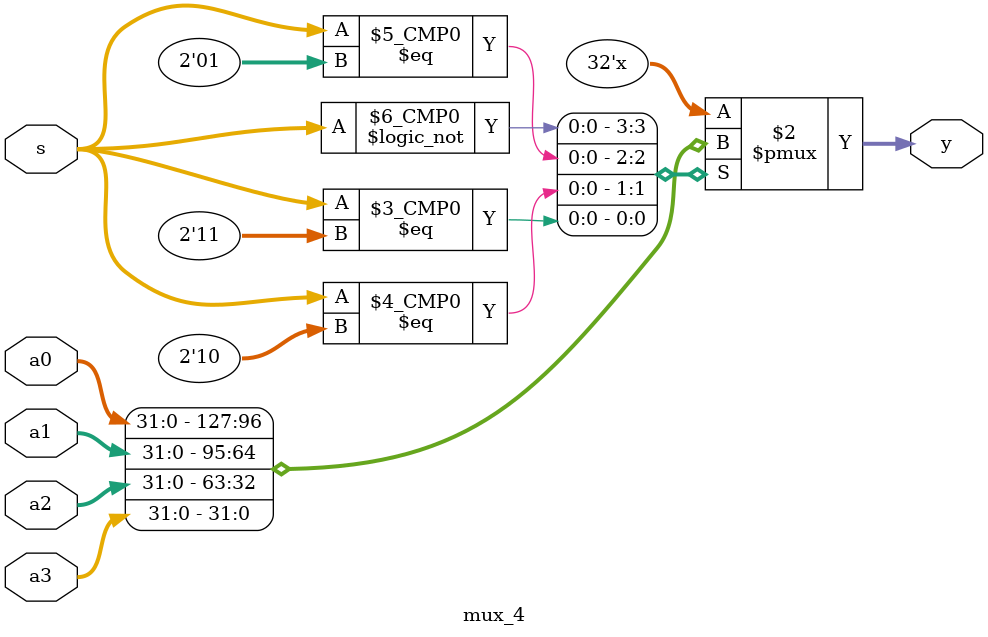
<source format=sv>
module mux_4(
     input logic [1:0] s,
    input logic [31:0] a0,a1,a2,a3,
    output logic [31:0] y
);
    always_comb begin
        case(s)
        2'h0:  y = a0;
        2'h1:  y = a1;
        2'h2:  y = a2;
        2'h3:  y = a3;
        endcase
    end 

endmodule
</source>
